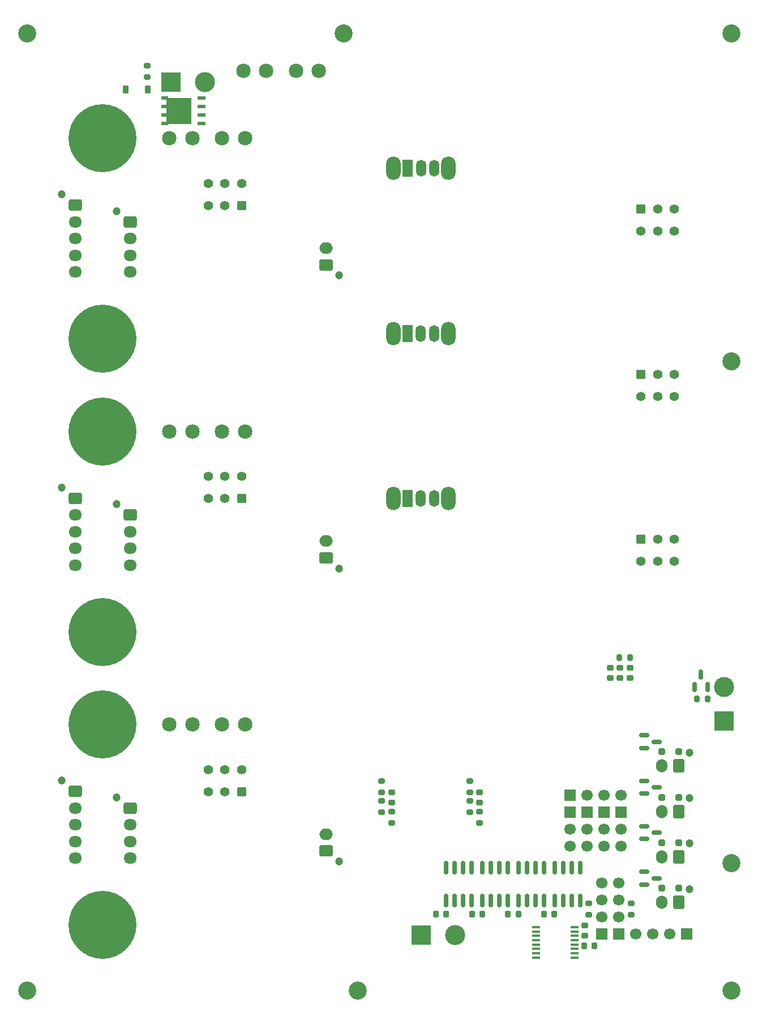
<source format=gbr>
%TF.GenerationSoftware,KiCad,Pcbnew,9.0.5*%
%TF.CreationDate,2025-10-31T00:58:50-04:00*%
%TF.ProjectId,powerdist,706f7765-7264-4697-9374-2e6b69636164,v1*%
%TF.SameCoordinates,Original*%
%TF.FileFunction,Soldermask,Bot*%
%TF.FilePolarity,Negative*%
%FSLAX46Y46*%
G04 Gerber Fmt 4.6, Leading zero omitted, Abs format (unit mm)*
G04 Created by KiCad (PCBNEW 9.0.5) date 2025-10-31 00:58:50*
%MOMM*%
%LPD*%
G01*
G04 APERTURE LIST*
G04 Aperture macros list*
%AMRoundRect*
0 Rectangle with rounded corners*
0 $1 Rounding radius*
0 $2 $3 $4 $5 $6 $7 $8 $9 X,Y pos of 4 corners*
0 Add a 4 corners polygon primitive as box body*
4,1,4,$2,$3,$4,$5,$6,$7,$8,$9,$2,$3,0*
0 Add four circle primitives for the rounded corners*
1,1,$1+$1,$2,$3*
1,1,$1+$1,$4,$5*
1,1,$1+$1,$6,$7*
1,1,$1+$1,$8,$9*
0 Add four rect primitives between the rounded corners*
20,1,$1+$1,$2,$3,$4,$5,0*
20,1,$1+$1,$4,$5,$6,$7,0*
20,1,$1+$1,$6,$7,$8,$9,0*
20,1,$1+$1,$8,$9,$2,$3,0*%
G04 Aperture macros list end*
%ADD10C,2.159000*%
%ADD11C,1.200000*%
%ADD12RoundRect,0.250000X-0.725000X0.600000X-0.725000X-0.600000X0.725000X-0.600000X0.725000X0.600000X0*%
%ADD13O,1.950000X1.700000*%
%ADD14C,2.700000*%
%ADD15RoundRect,0.250000X0.750000X-0.600000X0.750000X0.600000X-0.750000X0.600000X-0.750000X-0.600000X0*%
%ADD16O,2.000000X1.700000*%
%ADD17R,1.700000X1.700000*%
%ADD18C,1.700000*%
%ADD19RoundRect,0.250000X0.600000X0.750000X-0.600000X0.750000X-0.600000X-0.750000X0.600000X-0.750000X0*%
%ADD20O,1.700000X2.000000*%
%ADD21RoundRect,0.250000X-0.450000X-0.450000X0.450000X-0.450000X0.450000X0.450000X-0.450000X0.450000X0*%
%ADD22C,1.400000*%
%ADD23R,3.000000X3.000000*%
%ADD24C,3.000000*%
%ADD25O,2.200000X3.500000*%
%ADD26R,1.500000X2.500000*%
%ADD27O,1.500000X2.500000*%
%ADD28RoundRect,0.250000X0.450000X0.450000X-0.450000X0.450000X-0.450000X-0.450000X0.450000X-0.450000X0*%
%ADD29C,10.160000*%
%ADD30RoundRect,0.200000X-0.275000X0.200000X-0.275000X-0.200000X0.275000X-0.200000X0.275000X0.200000X0*%
%ADD31RoundRect,0.250000X-0.250000X-0.250000X0.250000X-0.250000X0.250000X0.250000X-0.250000X0.250000X0*%
%ADD32RoundRect,0.225000X0.225000X0.250000X-0.225000X0.250000X-0.225000X-0.250000X0.225000X-0.250000X0*%
%ADD33R,1.270000X0.610000*%
%ADD34R,3.810000X3.910000*%
%ADD35R,1.020000X0.610000*%
%ADD36RoundRect,0.225000X0.250000X-0.225000X0.250000X0.225000X-0.250000X0.225000X-0.250000X-0.225000X0*%
%ADD37O,1.200000X0.399999*%
%ADD38RoundRect,0.150000X0.150000X-0.587500X0.150000X0.587500X-0.150000X0.587500X-0.150000X-0.587500X0*%
%ADD39RoundRect,0.150000X-0.587500X-0.150000X0.587500X-0.150000X0.587500X0.150000X-0.587500X0.150000X0*%
%ADD40RoundRect,0.200000X-0.200000X-0.275000X0.200000X-0.275000X0.200000X0.275000X-0.200000X0.275000X0*%
%ADD41RoundRect,0.150000X-0.150000X0.825000X-0.150000X-0.825000X0.150000X-0.825000X0.150000X0.825000X0*%
%ADD42RoundRect,0.200000X0.275000X-0.200000X0.275000X0.200000X-0.275000X0.200000X-0.275000X-0.200000X0*%
%ADD43RoundRect,0.200000X0.200000X0.275000X-0.200000X0.275000X-0.200000X-0.275000X0.200000X-0.275000X0*%
%ADD44RoundRect,0.225000X0.225000X0.375000X-0.225000X0.375000X-0.225000X-0.375000X0.225000X-0.375000X0*%
%ADD45RoundRect,0.225000X-0.225000X-0.250000X0.225000X-0.250000X0.225000X0.250000X-0.225000X0.250000X0*%
%ADD46RoundRect,0.225000X-0.250000X0.225000X-0.250000X-0.225000X0.250000X-0.225000X0.250000X0.225000X0*%
G04 APERTURE END LIST*
D10*
%TO.C,F1*%
X85523998Y-74400000D03*
X88929999Y-74400000D03*
X93400000Y-74400000D03*
X96806002Y-74400000D03*
%TD*%
D11*
%TO.C,BATT4S3*%
X58403465Y-180500000D03*
D12*
X60403465Y-182100000D03*
D13*
X60403465Y-184600000D03*
X60403465Y-187100000D03*
X60403465Y-189600000D03*
X60403465Y-192100000D03*
%TD*%
D14*
%TO.C,REF\u002A\u002A2*%
X100500000Y-68800000D03*
%TD*%
D10*
%TO.C,F2*%
X74500000Y-84500000D03*
X77906001Y-84500000D03*
X82376002Y-84500000D03*
X85782004Y-84500000D03*
%TD*%
D11*
%TO.C,TH1*%
X99887216Y-105000000D03*
D15*
X97887216Y-103400000D03*
D16*
X97887216Y-100900000D03*
%TD*%
D10*
%TO.C,F4*%
X74500000Y-172100000D03*
X77906001Y-172100000D03*
X82376002Y-172100000D03*
X85782004Y-172100000D03*
%TD*%
D11*
%TO.C,BATT3S3*%
X66603465Y-183000000D03*
D12*
X68603465Y-184600000D03*
D13*
X68603465Y-187100000D03*
X68603465Y-189600000D03*
X68603465Y-192100000D03*
%TD*%
D17*
%TO.C,J3*%
X151810000Y-203400000D03*
D18*
X149270000Y-203400000D03*
X146730000Y-203400000D03*
X144190000Y-203400000D03*
%TD*%
D11*
%TO.C,J5*%
X152250000Y-176325000D03*
D19*
X150650000Y-178325000D03*
D20*
X148150000Y-178325000D03*
%TD*%
D21*
%TO.C,SW6*%
X144996415Y-144407500D03*
D22*
X147496415Y-144407500D03*
X149996415Y-144407500D03*
X149996415Y-147707500D03*
X147496415Y-147707500D03*
X144996415Y-147707500D03*
%TD*%
D14*
%TO.C,REF\u002A\u002A*%
X158500000Y-211900000D03*
%TD*%
D11*
%TO.C,J7*%
X152250000Y-189925000D03*
D19*
X150650000Y-191925000D03*
D20*
X148150000Y-191925000D03*
%TD*%
D23*
%TO.C,J15*%
X157400000Y-171640000D03*
D24*
X157400000Y-166560000D03*
%TD*%
D25*
%TO.C,SW1*%
X108000000Y-88997500D03*
X116200000Y-88997500D03*
D26*
X110100000Y-88997500D03*
D27*
X112100000Y-88997500D03*
X114100000Y-88997500D03*
%TD*%
D17*
%TO.C,J11*%
X136940000Y-185240000D03*
D18*
X136940000Y-187780000D03*
X136940000Y-190320000D03*
%TD*%
D17*
%TO.C,J12*%
X139480000Y-185240000D03*
D18*
X139480000Y-187780000D03*
X139480000Y-190320000D03*
%TD*%
D14*
%TO.C,REF\u002A\u002A*%
X53200000Y-211900000D03*
%TD*%
D17*
%TO.C,J14*%
X134400000Y-182700000D03*
D18*
X136940000Y-182700000D03*
X139480000Y-182700000D03*
X142020000Y-182700000D03*
%TD*%
D14*
%TO.C,REF\u002A\u002A*%
X53200000Y-68800000D03*
%TD*%
D10*
%TO.C,F3*%
X74500000Y-128300000D03*
X77906001Y-128300000D03*
X82376002Y-128300000D03*
X85782004Y-128300000D03*
%TD*%
D17*
%TO.C,J9*%
X139120000Y-203400000D03*
D18*
X139120000Y-200860000D03*
X139120000Y-198320000D03*
X139120000Y-195780000D03*
%TD*%
D11*
%TO.C,TH2*%
X99903465Y-148800000D03*
D15*
X97903465Y-147200000D03*
D16*
X97903465Y-144700000D03*
%TD*%
D17*
%TO.C,J10*%
X134400000Y-185240000D03*
D18*
X134400000Y-187780000D03*
X134400000Y-190320000D03*
%TD*%
D11*
%TO.C,TH3*%
X99903465Y-192600000D03*
D15*
X97903465Y-191000000D03*
D16*
X97903465Y-188500000D03*
%TD*%
D14*
%TO.C,REF\u002A\u002A6*%
X158500000Y-117800000D03*
%TD*%
D28*
%TO.C,SW7*%
X85287216Y-94542500D03*
D22*
X82787216Y-94542500D03*
X80287216Y-94542500D03*
X80287216Y-91242500D03*
X82787216Y-91242500D03*
X85287216Y-91242500D03*
%TD*%
D11*
%TO.C,J6*%
X152250000Y-183125000D03*
D19*
X150650000Y-185125000D03*
D20*
X148150000Y-185125000D03*
%TD*%
D25*
%TO.C,SW3*%
X107996415Y-113697500D03*
X116196415Y-113697500D03*
D26*
X110096415Y-113697500D03*
D27*
X112096415Y-113697500D03*
X114096415Y-113697500D03*
%TD*%
D28*
%TO.C,SW8*%
X85303465Y-138342500D03*
D22*
X82803465Y-138342500D03*
X80303465Y-138342500D03*
X80303465Y-135042500D03*
X82803465Y-135042500D03*
X85303465Y-135042500D03*
%TD*%
D11*
%TO.C,BATT3S2*%
X66603465Y-139200000D03*
D12*
X68603465Y-140800000D03*
D13*
X68603465Y-143300000D03*
X68603465Y-145800000D03*
X68603465Y-148300000D03*
%TD*%
D28*
%TO.C,SW9*%
X85303465Y-182142500D03*
D22*
X82803465Y-182142500D03*
X80303465Y-182142500D03*
X80303465Y-178842500D03*
X82803465Y-178842500D03*
X85303465Y-178842500D03*
%TD*%
D11*
%TO.C,J8*%
X152250000Y-196725000D03*
D19*
X150650000Y-198725000D03*
D20*
X148150000Y-198725000D03*
%TD*%
D23*
%TO.C,J2*%
X112160000Y-203600000D03*
D24*
X117240000Y-203600000D03*
%TD*%
D29*
%TO.C,BATT1*%
X64487216Y-114470000D03*
X64487216Y-84500000D03*
%TD*%
D11*
%TO.C,BATT4S1*%
X58387216Y-92900000D03*
D12*
X60387216Y-94500000D03*
D13*
X60387216Y-97000000D03*
X60387216Y-99500000D03*
X60387216Y-102000000D03*
X60387216Y-104500000D03*
%TD*%
D29*
%TO.C,BATT2*%
X64503465Y-158270000D03*
X64503465Y-128300000D03*
%TD*%
D17*
%TO.C,J13*%
X142020000Y-185240000D03*
D18*
X142020000Y-187780000D03*
X142020000Y-190320000D03*
%TD*%
D17*
%TO.C,J4*%
X141660000Y-203400000D03*
D18*
X141660000Y-200860000D03*
X141660000Y-198320000D03*
X141660000Y-195780000D03*
%TD*%
D14*
%TO.C,REF\u002A\u002A3*%
X158500000Y-192850000D03*
%TD*%
%TO.C,REF\u002A\u002A4*%
X102620000Y-211900000D03*
%TD*%
D21*
%TO.C,SW4*%
X144996415Y-119757500D03*
D22*
X147496415Y-119757500D03*
X149996415Y-119757500D03*
X149996415Y-123057500D03*
X147496415Y-123057500D03*
X144996415Y-123057500D03*
%TD*%
D25*
%TO.C,SW5*%
X107996415Y-138347500D03*
X116196415Y-138347500D03*
D26*
X110096415Y-138347500D03*
D27*
X112096415Y-138347500D03*
X114096415Y-138347500D03*
%TD*%
D14*
%TO.C,REF\u002A\u002A*%
X158500000Y-68800000D03*
%TD*%
D23*
%TO.C,J1*%
X74760000Y-76100000D03*
D24*
X79840000Y-76100000D03*
%TD*%
D21*
%TO.C,SW2*%
X145000000Y-95057500D03*
D22*
X147500000Y-95057500D03*
X150000000Y-95057500D03*
X150000000Y-98357500D03*
X147500000Y-98357500D03*
X145000000Y-98357500D03*
%TD*%
D11*
%TO.C,BATT3S1*%
X66587216Y-95400000D03*
D12*
X68587216Y-97000000D03*
D13*
X68587216Y-99500000D03*
X68587216Y-102000000D03*
X68587216Y-104500000D03*
%TD*%
D11*
%TO.C,BATT4S2*%
X58403465Y-136700000D03*
D12*
X60403465Y-138300000D03*
D13*
X60403465Y-140800000D03*
X60403465Y-143300000D03*
X60403465Y-145800000D03*
X60403465Y-148300000D03*
%TD*%
D29*
%TO.C,BATT3*%
X64503465Y-202070000D03*
X64503465Y-172100000D03*
%TD*%
D30*
%TO.C,R1*%
X71200000Y-73675000D03*
X71200000Y-75325000D03*
%TD*%
D31*
%TO.C,D11*%
X148150000Y-196600000D03*
X150650000Y-196600000D03*
%TD*%
D32*
%TO.C,C114*%
X121275000Y-200500000D03*
X119725000Y-200500000D03*
%TD*%
%TO.C,C113*%
X115875000Y-200500000D03*
X114325000Y-200500000D03*
%TD*%
D33*
%TO.C,Q1*%
X79250000Y-78500000D03*
X79250000Y-79770000D03*
X79250000Y-81040000D03*
X79250000Y-82310000D03*
D34*
X75890000Y-80405000D03*
D35*
X73785000Y-82310000D03*
X73785000Y-81040000D03*
X73785000Y-79770000D03*
X73785000Y-78500000D03*
%TD*%
D36*
%TO.C,C82*%
X140400000Y-165175000D03*
X140400000Y-163625000D03*
%TD*%
D31*
%TO.C,D8*%
X148150000Y-176200000D03*
X150650000Y-176200000D03*
%TD*%
D30*
%TO.C,R131*%
X106200000Y-180575000D03*
X106200000Y-182225000D03*
%TD*%
D32*
%TO.C,C115*%
X126675000Y-200500000D03*
X125125000Y-200500000D03*
%TD*%
%TO.C,C116*%
X132075000Y-200500000D03*
X130525000Y-200500000D03*
%TD*%
D37*
%TO.C,U9*%
X129349998Y-206974999D03*
X129349998Y-206324998D03*
X129349998Y-205674999D03*
X129349998Y-205024998D03*
X129349998Y-204374999D03*
X129349998Y-203724998D03*
X129349998Y-203074999D03*
X129349998Y-202424998D03*
X135049997Y-202424998D03*
X135049997Y-203074999D03*
X135049997Y-203724998D03*
X135049997Y-204374999D03*
X135049997Y-205024998D03*
X135049997Y-205674999D03*
X135049997Y-206324998D03*
X135049997Y-206974999D03*
%TD*%
D31*
%TO.C,D10*%
X148150000Y-189800000D03*
X150650000Y-189800000D03*
%TD*%
D30*
%TO.C,R130*%
X120900000Y-185175000D03*
X120900000Y-186825000D03*
%TD*%
D38*
%TO.C,Q31*%
X154950000Y-166537500D03*
X153050000Y-166537500D03*
X154000000Y-164662500D03*
%TD*%
D36*
%TO.C,C79*%
X143400000Y-165175000D03*
X143400000Y-163625000D03*
%TD*%
D39*
%TO.C,Q8*%
X145462500Y-196050000D03*
X145462500Y-194150000D03*
X147337500Y-195100000D03*
%TD*%
D40*
%TO.C,R16*%
X153375000Y-168300000D03*
X155025000Y-168300000D03*
%TD*%
D41*
%TO.C,U15*%
X132095000Y-193525000D03*
X133365000Y-193525000D03*
X134635000Y-193525000D03*
X135905000Y-193525000D03*
X135905000Y-198475000D03*
X134635000Y-198475000D03*
X133365000Y-198475000D03*
X132095000Y-198475000D03*
%TD*%
D39*
%TO.C,Q6*%
X145462500Y-182450000D03*
X145462500Y-180550000D03*
X147337500Y-181500000D03*
%TD*%
D42*
%TO.C,R7*%
X106200000Y-185225000D03*
X106200000Y-183575000D03*
%TD*%
D30*
%TO.C,R132*%
X107700000Y-185175000D03*
X107700000Y-186825000D03*
%TD*%
D36*
%TO.C,C112*%
X107700000Y-183775000D03*
X107700000Y-182225000D03*
%TD*%
D41*
%TO.C,U14*%
X126695000Y-193525000D03*
X127965000Y-193525000D03*
X129235000Y-193525000D03*
X130505000Y-193525000D03*
X130505000Y-198475000D03*
X129235000Y-198475000D03*
X127965000Y-198475000D03*
X126695000Y-198475000D03*
%TD*%
%TO.C,U12*%
X115895000Y-193525000D03*
X117165000Y-193525000D03*
X118435000Y-193525000D03*
X119705000Y-193525000D03*
X119705000Y-198475000D03*
X118435000Y-198475000D03*
X117165000Y-198475000D03*
X115895000Y-198475000D03*
%TD*%
D36*
%TO.C,C80*%
X141900000Y-165175000D03*
X141900000Y-163625000D03*
%TD*%
D43*
%TO.C,R117*%
X143400000Y-162100000D03*
X141750000Y-162100000D03*
%TD*%
D44*
%TO.C,D1*%
X71250000Y-77200000D03*
X67950000Y-77200000D03*
%TD*%
D42*
%TO.C,R10*%
X137220000Y-200525000D03*
X137220000Y-198875000D03*
%TD*%
D41*
%TO.C,U13*%
X121295000Y-193525000D03*
X122565000Y-193525000D03*
X123835000Y-193525000D03*
X125105000Y-193525000D03*
X125105000Y-198475000D03*
X123835000Y-198475000D03*
X122565000Y-198475000D03*
X121295000Y-198475000D03*
%TD*%
D36*
%TO.C,C107*%
X120900000Y-183775000D03*
X120900000Y-182225000D03*
%TD*%
D45*
%TO.C,C102*%
X136525000Y-205200000D03*
X138075000Y-205200000D03*
%TD*%
D42*
%TO.C,R11*%
X143520000Y-200525000D03*
X143520000Y-198875000D03*
%TD*%
D46*
%TO.C,C101*%
X136600000Y-202125000D03*
X136600000Y-203675000D03*
%TD*%
D30*
%TO.C,R129*%
X119400000Y-180574998D03*
X119400000Y-182224998D03*
%TD*%
D39*
%TO.C,Q7*%
X145462500Y-189250000D03*
X145462500Y-187350000D03*
X147337500Y-188300000D03*
%TD*%
D42*
%TO.C,R6*%
X119400000Y-185224998D03*
X119400000Y-183574998D03*
%TD*%
D31*
%TO.C,D9*%
X148150000Y-183000000D03*
X150650000Y-183000000D03*
%TD*%
D39*
%TO.C,Q5*%
X145462500Y-175650000D03*
X145462500Y-173750000D03*
X147337500Y-174700000D03*
%TD*%
M02*

</source>
